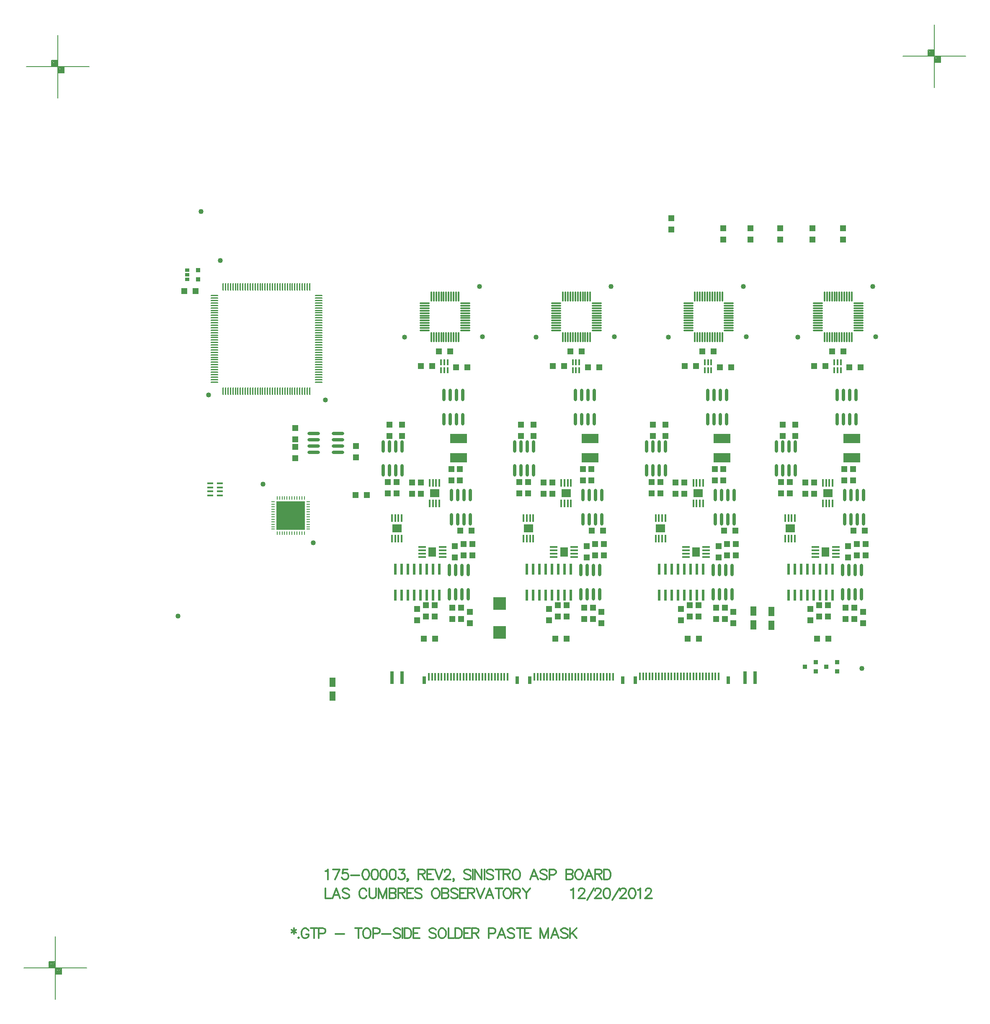
<source format=gtp>
%FSLAX23Y23*%
%MOIN*%
G70*
G01*
G75*
G04 Layer_Color=8421504*
%ADD10O,0.012X0.083*%
%ADD11O,0.083X0.012*%
%ADD12O,0.010X0.061*%
%ADD13O,0.061X0.010*%
%ADD14R,0.014X0.049*%
%ADD15R,0.024X0.087*%
%ADD16O,0.028X0.098*%
%ADD17R,0.036X0.028*%
%ADD18R,0.036X0.036*%
%ADD19R,0.050X0.050*%
%ADD20R,0.045X0.017*%
%ADD21R,0.031X0.060*%
%ADD22R,0.014X0.060*%
%ADD23R,0.030X0.100*%
%ADD24R,0.228X0.228*%
%ADD25O,0.008X0.033*%
%ADD26O,0.033X0.008*%
%ADD27O,0.098X0.028*%
%ADD28R,0.074X0.062*%
%ADD29R,0.016X0.061*%
%ADD30R,0.134X0.075*%
%ADD31R,0.048X0.078*%
%ADD32R,0.050X0.050*%
%ADD33R,0.062X0.074*%
%ADD34R,0.061X0.016*%
%ADD35R,0.100X0.100*%
%ADD36C,0.040*%
%ADD37C,0.010*%
%ADD38C,0.005*%
%ADD39C,0.025*%
%ADD40C,0.012*%
%ADD41R,1.181X0.787*%
%ADD42C,0.008*%
%ADD43C,0.012*%
%ADD44C,0.012*%
%ADD45C,0.060*%
%ADD46R,0.060X0.060*%
%ADD47R,0.060X0.060*%
%ADD48P,0.057X4X247.5*%
%ADD49C,0.026*%
%ADD50C,0.080*%
%ADD51C,0.020*%
%ADD52R,0.059X0.059*%
%ADD53C,0.059*%
%ADD54R,0.059X0.059*%
%ADD55C,0.024*%
%ADD56C,0.236*%
%ADD57C,0.050*%
%ADD58C,0.040*%
%ADD59C,0.100*%
%ADD60C,0.045*%
%ADD61C,0.033*%
%ADD62C,0.072*%
%ADD63C,0.030*%
%ADD64C,0.055*%
G04:AMPARAMS|DCode=65|XSize=95.433mil|YSize=95.433mil|CornerRadius=0mil|HoleSize=0mil|Usage=FLASHONLY|Rotation=0.000|XOffset=0mil|YOffset=0mil|HoleType=Round|Shape=Relief|Width=10mil|Gap=10mil|Entries=4|*
%AMTHD65*
7,0,0,0.095,0.075,0.010,45*
%
%ADD65THD65*%
G04:AMPARAMS|DCode=66|XSize=112mil|YSize=112mil|CornerRadius=0mil|HoleSize=0mil|Usage=FLASHONLY|Rotation=0.000|XOffset=0mil|YOffset=0mil|HoleType=Round|Shape=Relief|Width=10mil|Gap=10mil|Entries=4|*
%AMTHD66*
7,0,0,0.112,0.092,0.010,45*
%
%ADD66THD66*%
%ADD67C,0.138*%
G04:AMPARAMS|DCode=68|XSize=70mil|YSize=70mil|CornerRadius=0mil|HoleSize=0mil|Usage=FLASHONLY|Rotation=0.000|XOffset=0mil|YOffset=0mil|HoleType=Round|Shape=Relief|Width=10mil|Gap=10mil|Entries=4|*
%AMTHD68*
7,0,0,0.070,0.050,0.010,45*
%
%ADD68THD68*%
%ADD69C,0.030*%
G04:AMPARAMS|DCode=70|XSize=85mil|YSize=85mil|CornerRadius=0mil|HoleSize=0mil|Usage=FLASHONLY|Rotation=0.000|XOffset=0mil|YOffset=0mil|HoleType=Round|Shape=Relief|Width=10mil|Gap=10mil|Entries=4|*
%AMTHD70*
7,0,0,0.085,0.065,0.010,45*
%
%ADD70THD70*%
%ADD71R,0.044X0.096*%
%ADD72R,0.060X0.086*%
%ADD73R,0.075X0.063*%
%ADD74R,0.078X0.048*%
%ADD75R,0.086X0.060*%
%ADD76C,0.007*%
%ADD77R,1.181X0.787*%
%ADD78C,0.010*%
%ADD79C,0.024*%
%ADD80C,0.008*%
%ADD81C,0.004*%
%ADD82C,0.010*%
%ADD83C,0.006*%
%ADD84R,0.230X0.152*%
%ADD85R,0.074X0.062*%
%ADD86R,0.062X0.074*%
D10*
X13127Y13471D02*
D03*
X13147D02*
D03*
X13167D02*
D03*
X13186D02*
D03*
X13206D02*
D03*
X13226D02*
D03*
X13245D02*
D03*
X13265D02*
D03*
X13285D02*
D03*
X13304D02*
D03*
X13324D02*
D03*
X13344D02*
D03*
Y13794D02*
D03*
X13324D02*
D03*
X13304D02*
D03*
X13285D02*
D03*
X13265D02*
D03*
X13245D02*
D03*
X13226D02*
D03*
X13206D02*
D03*
X13186D02*
D03*
X13167D02*
D03*
X13147D02*
D03*
X13127D02*
D03*
X15210D02*
D03*
X15230D02*
D03*
X15249D02*
D03*
X15269D02*
D03*
X15289D02*
D03*
X15308D02*
D03*
X15328D02*
D03*
X15348D02*
D03*
X15367D02*
D03*
X15387D02*
D03*
X15407D02*
D03*
X15426D02*
D03*
Y13471D02*
D03*
X15407D02*
D03*
X15387D02*
D03*
X15367D02*
D03*
X15348D02*
D03*
X15328D02*
D03*
X15308D02*
D03*
X15289D02*
D03*
X15269D02*
D03*
X15249D02*
D03*
X15230D02*
D03*
X15210D02*
D03*
X14178Y13794D02*
D03*
X14198D02*
D03*
X14218D02*
D03*
X14237D02*
D03*
X14257D02*
D03*
X14277D02*
D03*
X14297D02*
D03*
X14316D02*
D03*
X14336D02*
D03*
X14356D02*
D03*
X14375D02*
D03*
X14395D02*
D03*
Y13471D02*
D03*
X14375D02*
D03*
X14356D02*
D03*
X14336D02*
D03*
X14316D02*
D03*
X14297D02*
D03*
X14277D02*
D03*
X14257D02*
D03*
X14237D02*
D03*
X14218D02*
D03*
X14198D02*
D03*
X14178D02*
D03*
X12080Y13794D02*
D03*
X12100D02*
D03*
X12119D02*
D03*
X12139D02*
D03*
X12159D02*
D03*
X12178D02*
D03*
X12198D02*
D03*
X12218D02*
D03*
X12237D02*
D03*
X12257D02*
D03*
X12277D02*
D03*
X12297D02*
D03*
Y13471D02*
D03*
X12277D02*
D03*
X12257D02*
D03*
X12237D02*
D03*
X12218D02*
D03*
X12198D02*
D03*
X12178D02*
D03*
X12159D02*
D03*
X12139D02*
D03*
X12119D02*
D03*
X12100D02*
D03*
X12080D02*
D03*
D11*
X13397Y13524D02*
D03*
Y13544D02*
D03*
Y13564D02*
D03*
Y13583D02*
D03*
Y13603D02*
D03*
Y13623D02*
D03*
Y13642D02*
D03*
Y13662D02*
D03*
Y13682D02*
D03*
Y13702D02*
D03*
Y13721D02*
D03*
Y13741D02*
D03*
X13074D02*
D03*
Y13721D02*
D03*
Y13702D02*
D03*
Y13682D02*
D03*
Y13662D02*
D03*
Y13642D02*
D03*
Y13623D02*
D03*
Y13603D02*
D03*
Y13583D02*
D03*
Y13564D02*
D03*
Y13544D02*
D03*
Y13524D02*
D03*
X15157D02*
D03*
Y13544D02*
D03*
Y13564D02*
D03*
Y13583D02*
D03*
Y13603D02*
D03*
Y13623D02*
D03*
Y13642D02*
D03*
Y13662D02*
D03*
Y13682D02*
D03*
Y13702D02*
D03*
Y13721D02*
D03*
Y13741D02*
D03*
X15480D02*
D03*
Y13721D02*
D03*
Y13702D02*
D03*
Y13682D02*
D03*
Y13662D02*
D03*
Y13642D02*
D03*
Y13623D02*
D03*
Y13603D02*
D03*
Y13583D02*
D03*
Y13564D02*
D03*
Y13544D02*
D03*
Y13524D02*
D03*
X14125D02*
D03*
Y13544D02*
D03*
Y13564D02*
D03*
Y13583D02*
D03*
Y13603D02*
D03*
Y13623D02*
D03*
Y13642D02*
D03*
Y13662D02*
D03*
Y13682D02*
D03*
Y13702D02*
D03*
Y13721D02*
D03*
Y13741D02*
D03*
X14448D02*
D03*
Y13721D02*
D03*
Y13702D02*
D03*
Y13682D02*
D03*
Y13662D02*
D03*
Y13642D02*
D03*
Y13623D02*
D03*
Y13603D02*
D03*
Y13583D02*
D03*
Y13564D02*
D03*
Y13544D02*
D03*
Y13524D02*
D03*
X12027D02*
D03*
Y13544D02*
D03*
Y13564D02*
D03*
Y13583D02*
D03*
Y13603D02*
D03*
Y13623D02*
D03*
Y13642D02*
D03*
Y13662D02*
D03*
Y13682D02*
D03*
Y13702D02*
D03*
Y13721D02*
D03*
Y13741D02*
D03*
X12350D02*
D03*
Y13721D02*
D03*
Y13702D02*
D03*
Y13682D02*
D03*
Y13662D02*
D03*
Y13642D02*
D03*
Y13623D02*
D03*
Y13603D02*
D03*
Y13583D02*
D03*
Y13564D02*
D03*
Y13544D02*
D03*
Y13524D02*
D03*
D12*
X10423Y13870D02*
D03*
X10443D02*
D03*
X10463D02*
D03*
X10482D02*
D03*
X10502D02*
D03*
X10522D02*
D03*
X10541D02*
D03*
X10561D02*
D03*
X10581D02*
D03*
X10600D02*
D03*
X10620D02*
D03*
X10640D02*
D03*
X10659D02*
D03*
X10679D02*
D03*
X10699D02*
D03*
X10719D02*
D03*
X10738D02*
D03*
X10758D02*
D03*
X10778D02*
D03*
X10797D02*
D03*
X10817D02*
D03*
X10837D02*
D03*
X10856D02*
D03*
X10876D02*
D03*
X10896D02*
D03*
X10915D02*
D03*
X10935D02*
D03*
X10955D02*
D03*
X10974D02*
D03*
X10994D02*
D03*
X11014D02*
D03*
X11033D02*
D03*
X11053D02*
D03*
X11073D02*
D03*
X11093D02*
D03*
X11112D02*
D03*
Y13042D02*
D03*
X11093D02*
D03*
X11073D02*
D03*
X11053D02*
D03*
X11033D02*
D03*
X11014D02*
D03*
X10994D02*
D03*
X10974D02*
D03*
X10955D02*
D03*
X10935D02*
D03*
X10915D02*
D03*
X10896D02*
D03*
X10876D02*
D03*
X10856D02*
D03*
X10837D02*
D03*
X10817D02*
D03*
X10797D02*
D03*
X10778D02*
D03*
X10758D02*
D03*
X10738D02*
D03*
X10719D02*
D03*
X10699D02*
D03*
X10679D02*
D03*
X10659D02*
D03*
X10640D02*
D03*
X10620D02*
D03*
X10600D02*
D03*
X10581D02*
D03*
X10561D02*
D03*
X10541D02*
D03*
X10522D02*
D03*
X10502D02*
D03*
X10482D02*
D03*
X10463D02*
D03*
X10443D02*
D03*
X10423D02*
D03*
D13*
X11182Y13800D02*
D03*
Y13781D02*
D03*
Y13761D02*
D03*
Y13741D02*
D03*
Y13722D02*
D03*
Y13702D02*
D03*
Y13682D02*
D03*
Y13663D02*
D03*
Y13643D02*
D03*
Y13623D02*
D03*
Y13604D02*
D03*
Y13584D02*
D03*
Y13564D02*
D03*
Y13544D02*
D03*
Y13525D02*
D03*
Y13505D02*
D03*
Y13485D02*
D03*
Y13466D02*
D03*
Y13446D02*
D03*
Y13426D02*
D03*
Y13407D02*
D03*
Y13387D02*
D03*
Y13367D02*
D03*
Y13348D02*
D03*
Y13328D02*
D03*
Y13308D02*
D03*
Y13289D02*
D03*
Y13269D02*
D03*
Y13249D02*
D03*
Y13230D02*
D03*
Y13210D02*
D03*
Y13190D02*
D03*
Y13170D02*
D03*
Y13151D02*
D03*
Y13131D02*
D03*
Y13111D02*
D03*
X10353D02*
D03*
Y13131D02*
D03*
Y13151D02*
D03*
Y13170D02*
D03*
Y13190D02*
D03*
Y13210D02*
D03*
Y13230D02*
D03*
Y13249D02*
D03*
Y13269D02*
D03*
Y13289D02*
D03*
Y13308D02*
D03*
Y13328D02*
D03*
Y13348D02*
D03*
Y13367D02*
D03*
Y13387D02*
D03*
Y13407D02*
D03*
Y13426D02*
D03*
Y13446D02*
D03*
Y13466D02*
D03*
Y13485D02*
D03*
Y13505D02*
D03*
Y13525D02*
D03*
Y13544D02*
D03*
Y13564D02*
D03*
Y13584D02*
D03*
Y13604D02*
D03*
Y13623D02*
D03*
Y13643D02*
D03*
Y13663D02*
D03*
Y13682D02*
D03*
Y13702D02*
D03*
Y13722D02*
D03*
Y13741D02*
D03*
Y13761D02*
D03*
Y13781D02*
D03*
Y13800D02*
D03*
D14*
X12158Y13208D02*
D03*
X12183D02*
D03*
X12209D02*
D03*
X12158Y13269D02*
D03*
X12183D02*
D03*
X12209D02*
D03*
X15288Y13208D02*
D03*
X15313D02*
D03*
X15339D02*
D03*
X15288Y13269D02*
D03*
X15313D02*
D03*
X15339D02*
D03*
X14256Y13208D02*
D03*
X14282D02*
D03*
X14307D02*
D03*
X14256Y13269D02*
D03*
X14282D02*
D03*
X14307D02*
D03*
X13205Y13208D02*
D03*
X13230D02*
D03*
X13256D02*
D03*
X13205Y13269D02*
D03*
X13230D02*
D03*
X13256D02*
D03*
D15*
X11793Y11418D02*
D03*
X11843D02*
D03*
X11893D02*
D03*
X11943D02*
D03*
X11993D02*
D03*
X12043D02*
D03*
X12093D02*
D03*
X12143D02*
D03*
X11793Y11623D02*
D03*
X11843D02*
D03*
X11893D02*
D03*
X11943D02*
D03*
X11993D02*
D03*
X12043D02*
D03*
X12093D02*
D03*
X12143D02*
D03*
X14923Y11418D02*
D03*
X14973D02*
D03*
X15023D02*
D03*
X15073D02*
D03*
X15123D02*
D03*
X15173D02*
D03*
X15223D02*
D03*
X15273D02*
D03*
X14923Y11623D02*
D03*
X14973D02*
D03*
X15023D02*
D03*
X15073D02*
D03*
X15123D02*
D03*
X15173D02*
D03*
X15223D02*
D03*
X15273D02*
D03*
X13892Y11418D02*
D03*
X13942D02*
D03*
X13992D02*
D03*
X14042D02*
D03*
X14092D02*
D03*
X14142D02*
D03*
X14192D02*
D03*
X14242D02*
D03*
X13892Y11623D02*
D03*
X13942D02*
D03*
X13992D02*
D03*
X14042D02*
D03*
X14092D02*
D03*
X14142D02*
D03*
X14192D02*
D03*
X14242D02*
D03*
X12840Y11418D02*
D03*
X12890D02*
D03*
X12940D02*
D03*
X12990D02*
D03*
X13040D02*
D03*
X13090D02*
D03*
X13140D02*
D03*
X13190D02*
D03*
X12840Y11623D02*
D03*
X12890D02*
D03*
X12940D02*
D03*
X12990D02*
D03*
X13040D02*
D03*
X13090D02*
D03*
X13140D02*
D03*
X13190D02*
D03*
D16*
X11845Y12602D02*
D03*
X11795D02*
D03*
X11745D02*
D03*
X11695D02*
D03*
X11845Y12409D02*
D03*
X11795D02*
D03*
X11745D02*
D03*
X11695D02*
D03*
X12390Y12215D02*
D03*
X12340D02*
D03*
X12290D02*
D03*
X12240D02*
D03*
X12390Y12022D02*
D03*
X12340D02*
D03*
X12290D02*
D03*
X12240D02*
D03*
X15503Y11617D02*
D03*
X15453D02*
D03*
X15403D02*
D03*
X15353D02*
D03*
X15503Y11424D02*
D03*
X15453D02*
D03*
X15403D02*
D03*
X15353D02*
D03*
X14472Y11617D02*
D03*
X14422D02*
D03*
X14372D02*
D03*
X14322D02*
D03*
X14472Y11424D02*
D03*
X14422D02*
D03*
X14372D02*
D03*
X14322D02*
D03*
X13420Y11617D02*
D03*
X13370D02*
D03*
X13320D02*
D03*
X13270D02*
D03*
X13420Y11424D02*
D03*
X13370D02*
D03*
X13320D02*
D03*
X13270D02*
D03*
X12223D02*
D03*
X12273D02*
D03*
X12323D02*
D03*
X12373D02*
D03*
X12223Y11617D02*
D03*
X12273D02*
D03*
X12323D02*
D03*
X12373D02*
D03*
X14975Y12602D02*
D03*
X14925D02*
D03*
X14875D02*
D03*
X14825D02*
D03*
X14975Y12409D02*
D03*
X14925D02*
D03*
X14875D02*
D03*
X14825D02*
D03*
X13944Y12602D02*
D03*
X13894D02*
D03*
X13844D02*
D03*
X13794D02*
D03*
X13944Y12409D02*
D03*
X13894D02*
D03*
X13844D02*
D03*
X13794D02*
D03*
X12892Y12602D02*
D03*
X12842D02*
D03*
X12792D02*
D03*
X12742D02*
D03*
X12892Y12409D02*
D03*
X12842D02*
D03*
X12792D02*
D03*
X12742D02*
D03*
X15461Y13011D02*
D03*
X15411D02*
D03*
X15361D02*
D03*
X15311D02*
D03*
X15461Y12818D02*
D03*
X15411D02*
D03*
X15361D02*
D03*
X15311D02*
D03*
X14430Y13011D02*
D03*
X14380D02*
D03*
X14330D02*
D03*
X14280D02*
D03*
X14430Y12818D02*
D03*
X14380D02*
D03*
X14330D02*
D03*
X14280D02*
D03*
X13378Y13011D02*
D03*
X13328D02*
D03*
X13278D02*
D03*
X13228D02*
D03*
X13378Y12818D02*
D03*
X13328D02*
D03*
X13278D02*
D03*
X13228D02*
D03*
X12331Y13011D02*
D03*
X12281D02*
D03*
X12231D02*
D03*
X12181D02*
D03*
X12331Y12818D02*
D03*
X12281D02*
D03*
X12231D02*
D03*
X12181D02*
D03*
X15520Y12215D02*
D03*
X15470D02*
D03*
X15420D02*
D03*
X15370D02*
D03*
X15520Y12022D02*
D03*
X15470D02*
D03*
X15420D02*
D03*
X15370D02*
D03*
X14489Y12215D02*
D03*
X14439D02*
D03*
X14389D02*
D03*
X14339D02*
D03*
X14489Y12022D02*
D03*
X14439D02*
D03*
X14389D02*
D03*
X14339D02*
D03*
X13437Y12215D02*
D03*
X13387D02*
D03*
X13337D02*
D03*
X13287D02*
D03*
X13437Y12022D02*
D03*
X13387D02*
D03*
X13337D02*
D03*
X13287D02*
D03*
D17*
X10136Y14003D02*
D03*
Y13929D02*
D03*
Y13966D02*
D03*
D18*
X10222Y14003D02*
D03*
Y13929D02*
D03*
X15309Y10883D02*
D03*
X15223Y10846D02*
D03*
X15309Y10809D02*
D03*
X15139Y10883D02*
D03*
X15053Y10846D02*
D03*
X15139Y10809D02*
D03*
D19*
X15358Y14248D02*
D03*
Y14338D02*
D03*
X10995Y12597D02*
D03*
Y12507D02*
D03*
Y12658D02*
D03*
Y12748D02*
D03*
X15378Y11316D02*
D03*
Y11226D02*
D03*
X14347Y11316D02*
D03*
Y11226D02*
D03*
X13295Y11316D02*
D03*
Y11226D02*
D03*
X12248Y11316D02*
D03*
Y11226D02*
D03*
X15398Y11716D02*
D03*
Y11806D02*
D03*
X14367Y11716D02*
D03*
Y11806D02*
D03*
X13315Y11716D02*
D03*
Y11806D02*
D03*
X12268Y11716D02*
D03*
Y11806D02*
D03*
X14864Y12227D02*
D03*
Y12317D02*
D03*
X13833Y12227D02*
D03*
Y12317D02*
D03*
X12781Y12227D02*
D03*
Y12317D02*
D03*
X11734Y12227D02*
D03*
Y12317D02*
D03*
X14875Y12774D02*
D03*
Y12684D02*
D03*
X13844Y12774D02*
D03*
Y12684D02*
D03*
X12792Y12774D02*
D03*
Y12684D02*
D03*
X11745Y12774D02*
D03*
Y12684D02*
D03*
X15448Y11226D02*
D03*
Y11316D02*
D03*
X14417Y11226D02*
D03*
Y11316D02*
D03*
X13365Y11226D02*
D03*
Y11316D02*
D03*
X12318Y11226D02*
D03*
Y11316D02*
D03*
X15098Y11306D02*
D03*
Y11216D02*
D03*
X14067Y11306D02*
D03*
Y11216D02*
D03*
X13015Y11306D02*
D03*
Y11216D02*
D03*
X11968Y11306D02*
D03*
Y11216D02*
D03*
X14975Y12684D02*
D03*
Y12774D02*
D03*
X13944Y12684D02*
D03*
Y12774D02*
D03*
X12892Y12684D02*
D03*
Y12774D02*
D03*
X11845Y12684D02*
D03*
Y12774D02*
D03*
X15238Y11336D02*
D03*
Y11246D02*
D03*
X14207Y11336D02*
D03*
Y11246D02*
D03*
X13155Y11336D02*
D03*
Y11246D02*
D03*
X12108Y11336D02*
D03*
Y11246D02*
D03*
X15535Y11734D02*
D03*
Y11824D02*
D03*
X14504Y11734D02*
D03*
Y11824D02*
D03*
X13452Y11734D02*
D03*
Y11824D02*
D03*
X12405Y11734D02*
D03*
Y11824D02*
D03*
X15465Y11734D02*
D03*
Y11824D02*
D03*
X14434Y11734D02*
D03*
Y11824D02*
D03*
X13382Y11734D02*
D03*
Y11824D02*
D03*
X12335Y11734D02*
D03*
Y11824D02*
D03*
X15125Y12314D02*
D03*
Y12224D02*
D03*
X14094Y12314D02*
D03*
Y12224D02*
D03*
X13042Y12314D02*
D03*
Y12224D02*
D03*
X11995Y12314D02*
D03*
Y12224D02*
D03*
X15368Y12420D02*
D03*
Y12330D02*
D03*
X14337Y12420D02*
D03*
Y12330D02*
D03*
X13286Y12420D02*
D03*
Y12330D02*
D03*
X12239Y12420D02*
D03*
Y12330D02*
D03*
X14934Y12317D02*
D03*
Y12227D02*
D03*
X13903Y12317D02*
D03*
Y12227D02*
D03*
X12851Y12317D02*
D03*
Y12227D02*
D03*
X11804Y12317D02*
D03*
Y12227D02*
D03*
X15515Y11284D02*
D03*
Y11194D02*
D03*
X14484Y11284D02*
D03*
Y11194D02*
D03*
X13432Y11284D02*
D03*
Y11194D02*
D03*
X12385Y11284D02*
D03*
Y11194D02*
D03*
X15168Y11336D02*
D03*
Y11246D02*
D03*
X14137Y11336D02*
D03*
Y11246D02*
D03*
X13085Y11336D02*
D03*
Y11246D02*
D03*
X12038Y11336D02*
D03*
Y11246D02*
D03*
X15055Y12314D02*
D03*
Y12224D02*
D03*
X14024Y12314D02*
D03*
Y12224D02*
D03*
X12972Y12314D02*
D03*
Y12224D02*
D03*
X11925Y12314D02*
D03*
Y12224D02*
D03*
X11479Y12604D02*
D03*
Y12514D02*
D03*
X15435Y12422D02*
D03*
Y12332D02*
D03*
X14404Y12422D02*
D03*
Y12332D02*
D03*
X13352Y12422D02*
D03*
Y12332D02*
D03*
X12305Y12422D02*
D03*
Y12332D02*
D03*
X14620Y14338D02*
D03*
Y14248D02*
D03*
X15112Y14338D02*
D03*
Y14248D02*
D03*
X13990Y14326D02*
D03*
Y14416D02*
D03*
X14404Y14248D02*
D03*
Y14338D02*
D03*
X14856Y14248D02*
D03*
Y14338D02*
D03*
D20*
X10320Y12306D02*
D03*
Y12275D02*
D03*
Y12243D02*
D03*
Y12212D02*
D03*
X10397D02*
D03*
Y12243D02*
D03*
Y12275D02*
D03*
Y12306D02*
D03*
D21*
X13702Y10741D02*
D03*
X14442D02*
D03*
X13602D02*
D03*
X12862D02*
D03*
X12762D02*
D03*
X12022D02*
D03*
D22*
X14365Y10769D02*
D03*
X14340D02*
D03*
X14315D02*
D03*
X14290D02*
D03*
X14265D02*
D03*
X14240D02*
D03*
X14215D02*
D03*
X14190D02*
D03*
X14165D02*
D03*
X14140D02*
D03*
X14115D02*
D03*
X14090D02*
D03*
X14065D02*
D03*
X14040D02*
D03*
X14015D02*
D03*
X13990D02*
D03*
X13965D02*
D03*
X13940D02*
D03*
X13915D02*
D03*
X13890D02*
D03*
X13865D02*
D03*
X13840D02*
D03*
X13815D02*
D03*
X13790D02*
D03*
X13765D02*
D03*
X13740D02*
D03*
X13525Y10768D02*
D03*
X13500D02*
D03*
X13475D02*
D03*
X13450D02*
D03*
X13425D02*
D03*
X13400D02*
D03*
X13375D02*
D03*
X13350D02*
D03*
X13325D02*
D03*
X13300D02*
D03*
X13275D02*
D03*
X13250D02*
D03*
X13225D02*
D03*
X13200D02*
D03*
X13175D02*
D03*
X13150D02*
D03*
X13125D02*
D03*
X13100D02*
D03*
X13075D02*
D03*
X13050D02*
D03*
X13025D02*
D03*
X13000D02*
D03*
X12975D02*
D03*
X12950D02*
D03*
X12925D02*
D03*
X12900D02*
D03*
X12685D02*
D03*
X12660D02*
D03*
X12635D02*
D03*
X12610D02*
D03*
X12585D02*
D03*
X12560D02*
D03*
X12535D02*
D03*
X12510D02*
D03*
X12485D02*
D03*
X12460D02*
D03*
X12435D02*
D03*
X12410D02*
D03*
X12385D02*
D03*
X12360D02*
D03*
X12335D02*
D03*
X12310D02*
D03*
X12285D02*
D03*
X12260D02*
D03*
X12235D02*
D03*
X12210D02*
D03*
X12185D02*
D03*
X12160D02*
D03*
X12135D02*
D03*
X12110D02*
D03*
X12085D02*
D03*
X12060D02*
D03*
D23*
X11768Y10759D02*
D03*
X11847D02*
D03*
X14578Y10760D02*
D03*
X14657D02*
D03*
D24*
X10961Y12051D02*
D03*
D25*
X10852Y12192D02*
D03*
X10872D02*
D03*
X10892D02*
D03*
X10911D02*
D03*
X10931D02*
D03*
X10951D02*
D03*
X10970D02*
D03*
X10990D02*
D03*
X11010D02*
D03*
X11030D02*
D03*
X11049D02*
D03*
X11069D02*
D03*
Y11910D02*
D03*
X11049D02*
D03*
X11030D02*
D03*
X11010D02*
D03*
X10990D02*
D03*
X10970D02*
D03*
X10951D02*
D03*
X10931D02*
D03*
X10911D02*
D03*
X10892D02*
D03*
X10872D02*
D03*
X10852D02*
D03*
D26*
X11101Y12159D02*
D03*
Y12139D02*
D03*
Y12120D02*
D03*
Y12100D02*
D03*
Y12080D02*
D03*
Y12061D02*
D03*
Y12041D02*
D03*
Y12021D02*
D03*
Y12002D02*
D03*
Y11982D02*
D03*
Y11962D02*
D03*
Y11943D02*
D03*
X10820D02*
D03*
Y11962D02*
D03*
Y11982D02*
D03*
Y12002D02*
D03*
Y12021D02*
D03*
Y12041D02*
D03*
Y12061D02*
D03*
Y12080D02*
D03*
Y12100D02*
D03*
Y12120D02*
D03*
Y12139D02*
D03*
Y12159D02*
D03*
D27*
X11337Y12554D02*
D03*
Y12604D02*
D03*
Y12654D02*
D03*
Y12704D02*
D03*
X11144Y12554D02*
D03*
Y12604D02*
D03*
Y12654D02*
D03*
Y12704D02*
D03*
D28*
X12105Y12229D02*
D03*
X14935Y11949D02*
D03*
X13904D02*
D03*
X12852D02*
D03*
X11805D02*
D03*
X15235Y12229D02*
D03*
X14204D02*
D03*
X13152D02*
D03*
D29*
X12067Y12147D02*
D03*
X12092D02*
D03*
X12118D02*
D03*
X12144D02*
D03*
X12067Y12310D02*
D03*
X12092D02*
D03*
X12118D02*
D03*
X12144D02*
D03*
X14897Y11867D02*
D03*
X14922D02*
D03*
X14948D02*
D03*
X14974D02*
D03*
X14897Y12030D02*
D03*
X14922D02*
D03*
X14948D02*
D03*
X14974D02*
D03*
X13865Y11867D02*
D03*
X13891D02*
D03*
X13916D02*
D03*
X13942D02*
D03*
X13865Y12030D02*
D03*
X13891D02*
D03*
X13916D02*
D03*
X13942D02*
D03*
X12814Y11867D02*
D03*
X12840D02*
D03*
X12865D02*
D03*
X12891D02*
D03*
X12814Y12030D02*
D03*
X12840D02*
D03*
X12865D02*
D03*
X12891D02*
D03*
X11767Y11867D02*
D03*
X11792D02*
D03*
X11818D02*
D03*
X11844D02*
D03*
X11767Y12030D02*
D03*
X11792D02*
D03*
X11818D02*
D03*
X11844D02*
D03*
X15197Y12147D02*
D03*
X15222D02*
D03*
X15248D02*
D03*
X15274D02*
D03*
X15197Y12310D02*
D03*
X15222D02*
D03*
X15248D02*
D03*
X15274D02*
D03*
X14165Y12147D02*
D03*
X14191D02*
D03*
X14216D02*
D03*
X14242D02*
D03*
X14165Y12310D02*
D03*
X14191D02*
D03*
X14216D02*
D03*
X14242D02*
D03*
X13114Y12147D02*
D03*
X13140D02*
D03*
X13165D02*
D03*
X13191D02*
D03*
X13114Y12310D02*
D03*
X13140D02*
D03*
X13165D02*
D03*
X13191D02*
D03*
D30*
X12295Y12663D02*
D03*
Y12510D02*
D03*
X15425Y12663D02*
D03*
Y12510D02*
D03*
X14394Y12663D02*
D03*
Y12510D02*
D03*
X13342Y12663D02*
D03*
Y12510D02*
D03*
D31*
X14643Y11291D02*
D03*
Y11181D02*
D03*
X11292Y10724D02*
D03*
Y10614D02*
D03*
X14788Y11288D02*
D03*
Y11178D02*
D03*
D32*
X10204Y13836D02*
D03*
X10114D02*
D03*
X11478Y12214D02*
D03*
X11568D02*
D03*
X15408Y13229D02*
D03*
X15498D02*
D03*
X14377D02*
D03*
X14467D02*
D03*
X13325D02*
D03*
X13415D02*
D03*
X12278D02*
D03*
X12368D02*
D03*
X15218Y13239D02*
D03*
X15128D02*
D03*
X14187D02*
D03*
X14097D02*
D03*
X13135D02*
D03*
X13045D02*
D03*
X12088D02*
D03*
X11998D02*
D03*
X15240Y11069D02*
D03*
X15150D02*
D03*
X14209D02*
D03*
X14119D02*
D03*
X13157D02*
D03*
X13067D02*
D03*
X12110D02*
D03*
X12020D02*
D03*
X15440Y11929D02*
D03*
X15530D02*
D03*
X14409D02*
D03*
X14499D02*
D03*
X13357D02*
D03*
X13447D02*
D03*
X12310D02*
D03*
X12400D02*
D03*
X15359Y13358D02*
D03*
X15269D02*
D03*
X14328D02*
D03*
X14238D02*
D03*
X13276D02*
D03*
X13186D02*
D03*
X12229D02*
D03*
X12139D02*
D03*
D33*
X15218Y11761D02*
D03*
X14187D02*
D03*
X13135D02*
D03*
X12088D02*
D03*
D34*
X15300Y11722D02*
D03*
Y11748D02*
D03*
Y11773D02*
D03*
Y11799D02*
D03*
X15136Y11722D02*
D03*
Y11748D02*
D03*
Y11773D02*
D03*
Y11799D02*
D03*
X14268Y11722D02*
D03*
Y11748D02*
D03*
Y11773D02*
D03*
Y11799D02*
D03*
X14105Y11722D02*
D03*
Y11748D02*
D03*
Y11773D02*
D03*
Y11799D02*
D03*
X13217Y11722D02*
D03*
Y11748D02*
D03*
Y11773D02*
D03*
Y11799D02*
D03*
X13054Y11722D02*
D03*
Y11748D02*
D03*
Y11773D02*
D03*
Y11799D02*
D03*
X12170Y11722D02*
D03*
Y11748D02*
D03*
Y11773D02*
D03*
Y11799D02*
D03*
X12007Y11722D02*
D03*
Y11748D02*
D03*
Y11773D02*
D03*
Y11799D02*
D03*
D35*
X12622Y11120D02*
D03*
Y11350D02*
D03*
D36*
X15618Y13475D02*
D03*
X14997Y13470D02*
D03*
X15594Y13875D02*
D03*
X14587Y13475D02*
D03*
X13966Y13470D02*
D03*
X14563Y13875D02*
D03*
X13535Y13475D02*
D03*
X12914Y13470D02*
D03*
X13511Y13875D02*
D03*
X12464D02*
D03*
X11867Y13470D02*
D03*
X12488Y13475D02*
D03*
X10400Y14082D02*
D03*
X10306Y13010D02*
D03*
X11237Y12972D02*
D03*
X10739Y12300D02*
D03*
X11139Y11834D02*
D03*
X15507Y10833D02*
D03*
X10245Y14472D02*
D03*
X10062Y11251D02*
D03*
D42*
X8838Y8452D02*
X9338D01*
X9088Y8202D02*
Y8702D01*
X9038Y8452D02*
Y8502D01*
X9088D01*
X9138Y8402D02*
Y8452D01*
X9088Y8402D02*
X9138D01*
X9093Y8447D02*
X9133D01*
Y8407D02*
Y8447D01*
X9093Y8407D02*
X9133D01*
X9093D02*
Y8447D01*
X9098Y8442D02*
X9128D01*
Y8412D02*
Y8442D01*
X9098Y8412D02*
X9128D01*
X9098D02*
Y8437D01*
X9103D02*
X9123D01*
Y8417D02*
Y8437D01*
X9103Y8417D02*
X9123D01*
X9103D02*
Y8432D01*
X9108D02*
X9118D01*
Y8422D02*
Y8432D01*
X9108Y8422D02*
X9118D01*
X9108D02*
Y8432D01*
Y8427D02*
X9118D01*
X9043Y8497D02*
X9083D01*
Y8457D02*
Y8497D01*
X9043Y8457D02*
X9083D01*
X9043D02*
Y8497D01*
X9048Y8492D02*
X9078D01*
Y8462D02*
Y8492D01*
X9048Y8462D02*
X9078D01*
X9048D02*
Y8487D01*
X9053D02*
X9073D01*
Y8467D02*
Y8487D01*
X9053Y8467D02*
X9073D01*
X9053D02*
Y8482D01*
X9058D02*
X9068D01*
Y8472D02*
Y8482D01*
X9058Y8472D02*
X9068D01*
X9058D02*
Y8482D01*
Y8477D02*
X9068D01*
X8855Y15624D02*
X9355D01*
X9105Y15374D02*
Y15874D01*
X9055Y15624D02*
Y15674D01*
X9105D01*
X9155Y15574D02*
Y15624D01*
X9105Y15574D02*
X9155D01*
X9110Y15619D02*
X9150D01*
Y15579D02*
Y15619D01*
X9110Y15579D02*
X9150D01*
X9110D02*
Y15619D01*
X9115Y15614D02*
X9145D01*
Y15584D02*
Y15614D01*
X9115Y15584D02*
X9145D01*
X9115D02*
Y15609D01*
X9120D02*
X9140D01*
Y15589D02*
Y15609D01*
X9120Y15589D02*
X9140D01*
X9120D02*
Y15604D01*
X9125D02*
X9135D01*
Y15594D02*
Y15604D01*
X9125Y15594D02*
X9135D01*
X9125D02*
Y15604D01*
Y15599D02*
X9135D01*
X9060Y15669D02*
X9100D01*
Y15629D02*
Y15669D01*
X9060Y15629D02*
X9100D01*
X9060D02*
Y15669D01*
X9065Y15664D02*
X9095D01*
Y15634D02*
Y15664D01*
X9065Y15634D02*
X9095D01*
X9065D02*
Y15659D01*
X9070D02*
X9090D01*
Y15639D02*
Y15659D01*
X9070Y15639D02*
X9090D01*
X9070D02*
Y15654D01*
X9075D02*
X9085D01*
Y15644D02*
Y15654D01*
X9075Y15644D02*
X9085D01*
X9075D02*
Y15654D01*
Y15649D02*
X9085D01*
X15834Y15707D02*
X16334D01*
X16084Y15457D02*
Y15957D01*
X16034Y15707D02*
Y15757D01*
X16084D01*
X16134Y15657D02*
Y15707D01*
X16084Y15657D02*
X16134D01*
X16089Y15702D02*
X16129D01*
Y15662D02*
Y15702D01*
X16089Y15662D02*
X16129D01*
X16089D02*
Y15702D01*
X16094Y15697D02*
X16124D01*
Y15667D02*
Y15697D01*
X16094Y15667D02*
X16124D01*
X16094D02*
Y15692D01*
X16099D02*
X16119D01*
Y15672D02*
Y15692D01*
X16099Y15672D02*
X16119D01*
X16099D02*
Y15687D01*
X16104D02*
X16114D01*
Y15677D02*
Y15687D01*
X16104Y15677D02*
X16114D01*
X16104D02*
Y15687D01*
Y15682D02*
X16114D01*
X16039Y15752D02*
X16079D01*
Y15712D02*
Y15752D01*
X16039Y15712D02*
X16079D01*
X16039D02*
Y15752D01*
X16044Y15747D02*
X16074D01*
Y15717D02*
Y15747D01*
X16044Y15717D02*
X16074D01*
X16044D02*
Y15742D01*
X16049D02*
X16069D01*
Y15722D02*
Y15742D01*
X16049Y15722D02*
X16069D01*
X16049D02*
Y15737D01*
X16054D02*
X16064D01*
Y15727D02*
Y15737D01*
X16054Y15727D02*
X16064D01*
X16054D02*
Y15737D01*
Y15732D02*
X16064D01*
D43*
X10985Y8766D02*
Y8721D01*
X10966Y8755D02*
X11004Y8732D01*
Y8755D02*
X10966Y8732D01*
X11024Y8694D02*
X11021Y8690D01*
X11024Y8686D01*
X11028Y8690D01*
X11024Y8694D01*
X11103Y8747D02*
X11099Y8755D01*
X11091Y8762D01*
X11084Y8766D01*
X11069D01*
X11061Y8762D01*
X11053Y8755D01*
X11050Y8747D01*
X11046Y8736D01*
Y8717D01*
X11050Y8705D01*
X11053Y8698D01*
X11061Y8690D01*
X11069Y8686D01*
X11084D01*
X11091Y8690D01*
X11099Y8698D01*
X11103Y8705D01*
Y8717D01*
X11084D02*
X11103D01*
X11148Y8766D02*
Y8686D01*
X11121Y8766D02*
X11174D01*
X11184Y8724D02*
X11218D01*
X11230Y8728D01*
X11234Y8732D01*
X11237Y8740D01*
Y8751D01*
X11234Y8759D01*
X11230Y8762D01*
X11218Y8766D01*
X11184D01*
Y8686D01*
X11318Y8721D02*
X11387D01*
X11500Y8766D02*
Y8686D01*
X11473Y8766D02*
X11526D01*
X11559D02*
X11551Y8762D01*
X11544Y8755D01*
X11540Y8747D01*
X11536Y8736D01*
Y8717D01*
X11540Y8705D01*
X11544Y8698D01*
X11551Y8690D01*
X11559Y8686D01*
X11574D01*
X11582Y8690D01*
X11589Y8698D01*
X11593Y8705D01*
X11597Y8717D01*
Y8736D01*
X11593Y8747D01*
X11589Y8755D01*
X11582Y8762D01*
X11574Y8766D01*
X11559D01*
X11616Y8724D02*
X11650D01*
X11661Y8728D01*
X11665Y8732D01*
X11669Y8740D01*
Y8751D01*
X11665Y8759D01*
X11661Y8762D01*
X11650Y8766D01*
X11616D01*
Y8686D01*
X11687Y8721D02*
X11755D01*
X11832Y8755D02*
X11825Y8762D01*
X11813Y8766D01*
X11798D01*
X11787Y8762D01*
X11779Y8755D01*
Y8747D01*
X11783Y8740D01*
X11787Y8736D01*
X11794Y8732D01*
X11817Y8724D01*
X11825Y8721D01*
X11828Y8717D01*
X11832Y8709D01*
Y8698D01*
X11825Y8690D01*
X11813Y8686D01*
X11798D01*
X11787Y8690D01*
X11779Y8698D01*
X11850Y8766D02*
Y8686D01*
X11867Y8766D02*
Y8686D01*
Y8766D02*
X11894D01*
X11905Y8762D01*
X11913Y8755D01*
X11916Y8747D01*
X11920Y8736D01*
Y8717D01*
X11916Y8705D01*
X11913Y8698D01*
X11905Y8690D01*
X11894Y8686D01*
X11867D01*
X11988Y8766D02*
X11938D01*
Y8686D01*
X11988D01*
X11938Y8728D02*
X11969D01*
X12117Y8755D02*
X12110Y8762D01*
X12098Y8766D01*
X12083D01*
X12071Y8762D01*
X12064Y8755D01*
Y8747D01*
X12068Y8740D01*
X12071Y8736D01*
X12079Y8732D01*
X12102Y8724D01*
X12110Y8721D01*
X12113Y8717D01*
X12117Y8709D01*
Y8698D01*
X12110Y8690D01*
X12098Y8686D01*
X12083D01*
X12071Y8690D01*
X12064Y8698D01*
X12158Y8766D02*
X12150Y8762D01*
X12143Y8755D01*
X12139Y8747D01*
X12135Y8736D01*
Y8717D01*
X12139Y8705D01*
X12143Y8698D01*
X12150Y8690D01*
X12158Y8686D01*
X12173D01*
X12181Y8690D01*
X12188Y8698D01*
X12192Y8705D01*
X12196Y8717D01*
Y8736D01*
X12192Y8747D01*
X12188Y8755D01*
X12181Y8762D01*
X12173Y8766D01*
X12158D01*
X12215D02*
Y8686D01*
X12260D01*
X12269Y8766D02*
Y8686D01*
Y8766D02*
X12296D01*
X12307Y8762D01*
X12315Y8755D01*
X12319Y8747D01*
X12322Y8736D01*
Y8717D01*
X12319Y8705D01*
X12315Y8698D01*
X12307Y8690D01*
X12296Y8686D01*
X12269D01*
X12390Y8766D02*
X12340D01*
Y8686D01*
X12390D01*
X12340Y8728D02*
X12371D01*
X12403Y8766D02*
Y8686D01*
Y8766D02*
X12437D01*
X12449Y8762D01*
X12453Y8759D01*
X12456Y8751D01*
Y8743D01*
X12453Y8736D01*
X12449Y8732D01*
X12437Y8728D01*
X12403D01*
X12430D02*
X12456Y8686D01*
X12537Y8724D02*
X12572D01*
X12583Y8728D01*
X12587Y8732D01*
X12591Y8740D01*
Y8751D01*
X12587Y8759D01*
X12583Y8762D01*
X12572Y8766D01*
X12537D01*
Y8686D01*
X12669D02*
X12639Y8766D01*
X12608Y8686D01*
X12620Y8713D02*
X12658D01*
X12741Y8755D02*
X12734Y8762D01*
X12722Y8766D01*
X12707D01*
X12696Y8762D01*
X12688Y8755D01*
Y8747D01*
X12692Y8740D01*
X12696Y8736D01*
X12703Y8732D01*
X12726Y8724D01*
X12734Y8721D01*
X12738Y8717D01*
X12741Y8709D01*
Y8698D01*
X12734Y8690D01*
X12722Y8686D01*
X12707D01*
X12696Y8690D01*
X12688Y8698D01*
X12786Y8766D02*
Y8686D01*
X12759Y8766D02*
X12813D01*
X12872D02*
X12822D01*
Y8686D01*
X12872D01*
X12822Y8728D02*
X12853D01*
X12948Y8766D02*
Y8686D01*
Y8766D02*
X12978Y8686D01*
X13009Y8766D02*
X12978Y8686D01*
X13009Y8766D02*
Y8686D01*
X13093D02*
X13062Y8766D01*
X13032Y8686D01*
X13043Y8713D02*
X13081D01*
X13165Y8755D02*
X13157Y8762D01*
X13145Y8766D01*
X13130D01*
X13119Y8762D01*
X13111Y8755D01*
Y8747D01*
X13115Y8740D01*
X13119Y8736D01*
X13126Y8732D01*
X13149Y8724D01*
X13157Y8721D01*
X13161Y8717D01*
X13165Y8709D01*
Y8698D01*
X13157Y8690D01*
X13145Y8686D01*
X13130D01*
X13119Y8690D01*
X13111Y8698D01*
X13182Y8766D02*
Y8686D01*
X13236Y8766D02*
X13182Y8713D01*
X13201Y8732D02*
X13236Y8686D01*
X11238Y9219D02*
X11246Y9222D01*
X11257Y9234D01*
Y9154D01*
X11350Y9234D02*
X11312Y9154D01*
X11297Y9234D02*
X11350D01*
X11414D02*
X11376D01*
X11372Y9200D01*
X11376Y9203D01*
X11387Y9207D01*
X11399D01*
X11410Y9203D01*
X11418Y9196D01*
X11421Y9184D01*
Y9177D01*
X11418Y9165D01*
X11410Y9158D01*
X11399Y9154D01*
X11387D01*
X11376Y9158D01*
X11372Y9161D01*
X11368Y9169D01*
X11439Y9188D02*
X11508D01*
X11554Y9234D02*
X11543Y9230D01*
X11535Y9219D01*
X11531Y9200D01*
Y9188D01*
X11535Y9169D01*
X11543Y9158D01*
X11554Y9154D01*
X11562D01*
X11573Y9158D01*
X11581Y9169D01*
X11585Y9188D01*
Y9200D01*
X11581Y9219D01*
X11573Y9230D01*
X11562Y9234D01*
X11554D01*
X11626D02*
X11614Y9230D01*
X11606Y9219D01*
X11603Y9200D01*
Y9188D01*
X11606Y9169D01*
X11614Y9158D01*
X11626Y9154D01*
X11633D01*
X11645Y9158D01*
X11652Y9169D01*
X11656Y9188D01*
Y9200D01*
X11652Y9219D01*
X11645Y9230D01*
X11633Y9234D01*
X11626D01*
X11697D02*
X11685Y9230D01*
X11678Y9219D01*
X11674Y9200D01*
Y9188D01*
X11678Y9169D01*
X11685Y9158D01*
X11697Y9154D01*
X11704D01*
X11716Y9158D01*
X11723Y9169D01*
X11727Y9188D01*
Y9200D01*
X11723Y9219D01*
X11716Y9230D01*
X11704Y9234D01*
X11697D01*
X11768D02*
X11757Y9230D01*
X11749Y9219D01*
X11745Y9200D01*
Y9188D01*
X11749Y9169D01*
X11757Y9158D01*
X11768Y9154D01*
X11776D01*
X11787Y9158D01*
X11795Y9169D01*
X11798Y9188D01*
Y9200D01*
X11795Y9219D01*
X11787Y9230D01*
X11776Y9234D01*
X11768D01*
X11824D02*
X11866D01*
X11843Y9203D01*
X11854D01*
X11862Y9200D01*
X11866Y9196D01*
X11870Y9184D01*
Y9177D01*
X11866Y9165D01*
X11858Y9158D01*
X11847Y9154D01*
X11835D01*
X11824Y9158D01*
X11820Y9161D01*
X11816Y9169D01*
X11895Y9158D02*
X11891Y9154D01*
X11888Y9158D01*
X11891Y9161D01*
X11895Y9158D01*
Y9150D01*
X11891Y9142D01*
X11888Y9139D01*
X11976Y9234D02*
Y9154D01*
Y9234D02*
X12010D01*
X12021Y9230D01*
X12025Y9226D01*
X12029Y9219D01*
Y9211D01*
X12025Y9203D01*
X12021Y9200D01*
X12010Y9196D01*
X11976D01*
X12002D02*
X12029Y9154D01*
X12096Y9234D02*
X12047D01*
Y9154D01*
X12096D01*
X12047Y9196D02*
X12077D01*
X12110Y9234D02*
X12140Y9154D01*
X12171Y9234D02*
X12140Y9154D01*
X12185Y9215D02*
Y9219D01*
X12188Y9226D01*
X12192Y9230D01*
X12200Y9234D01*
X12215D01*
X12223Y9230D01*
X12227Y9226D01*
X12230Y9219D01*
Y9211D01*
X12227Y9203D01*
X12219Y9192D01*
X12181Y9154D01*
X12234D01*
X12260Y9158D02*
X12256Y9154D01*
X12252Y9158D01*
X12256Y9161D01*
X12260Y9158D01*
Y9150D01*
X12256Y9142D01*
X12252Y9139D01*
X12393Y9222D02*
X12386Y9230D01*
X12374Y9234D01*
X12359D01*
X12348Y9230D01*
X12340Y9222D01*
Y9215D01*
X12344Y9207D01*
X12348Y9203D01*
X12355Y9200D01*
X12378Y9192D01*
X12386Y9188D01*
X12390Y9184D01*
X12393Y9177D01*
Y9165D01*
X12386Y9158D01*
X12374Y9154D01*
X12359D01*
X12348Y9158D01*
X12340Y9165D01*
X12411Y9234D02*
Y9154D01*
X12428Y9234D02*
Y9154D01*
Y9234D02*
X12481Y9154D01*
Y9234D02*
Y9154D01*
X12503Y9234D02*
Y9154D01*
X12574Y9222D02*
X12566Y9230D01*
X12554Y9234D01*
X12539D01*
X12528Y9230D01*
X12520Y9222D01*
Y9215D01*
X12524Y9207D01*
X12528Y9203D01*
X12535Y9200D01*
X12558Y9192D01*
X12566Y9188D01*
X12570Y9184D01*
X12574Y9177D01*
Y9165D01*
X12566Y9158D01*
X12554Y9154D01*
X12539D01*
X12528Y9158D01*
X12520Y9165D01*
X12618Y9234D02*
Y9154D01*
X12591Y9234D02*
X12645D01*
X12654D02*
Y9154D01*
Y9234D02*
X12689D01*
X12700Y9230D01*
X12704Y9226D01*
X12708Y9219D01*
Y9211D01*
X12704Y9203D01*
X12700Y9200D01*
X12689Y9196D01*
X12654D01*
X12681D02*
X12708Y9154D01*
X12748Y9234D02*
X12741Y9230D01*
X12733Y9222D01*
X12729Y9215D01*
X12725Y9203D01*
Y9184D01*
X12729Y9173D01*
X12733Y9165D01*
X12741Y9158D01*
X12748Y9154D01*
X12764D01*
X12771Y9158D01*
X12779Y9165D01*
X12783Y9173D01*
X12786Y9184D01*
Y9203D01*
X12783Y9215D01*
X12779Y9222D01*
X12771Y9230D01*
X12764Y9234D01*
X12748D01*
X12929Y9154D02*
X12898Y9234D01*
X12868Y9154D01*
X12879Y9181D02*
X12917D01*
X13001Y9222D02*
X12993Y9230D01*
X12982Y9234D01*
X12967D01*
X12955Y9230D01*
X12948Y9222D01*
Y9215D01*
X12951Y9207D01*
X12955Y9203D01*
X12963Y9200D01*
X12986Y9192D01*
X12993Y9188D01*
X12997Y9184D01*
X13001Y9177D01*
Y9165D01*
X12993Y9158D01*
X12982Y9154D01*
X12967D01*
X12955Y9158D01*
X12948Y9165D01*
X13019Y9192D02*
X13053D01*
X13064Y9196D01*
X13068Y9200D01*
X13072Y9207D01*
Y9219D01*
X13068Y9226D01*
X13064Y9230D01*
X13053Y9234D01*
X13019D01*
Y9154D01*
X13153Y9234D02*
Y9154D01*
Y9234D02*
X13187D01*
X13199Y9230D01*
X13202Y9226D01*
X13206Y9219D01*
Y9211D01*
X13202Y9203D01*
X13199Y9200D01*
X13187Y9196D01*
X13153D02*
X13187D01*
X13199Y9192D01*
X13202Y9188D01*
X13206Y9181D01*
Y9169D01*
X13202Y9161D01*
X13199Y9158D01*
X13187Y9154D01*
X13153D01*
X13247Y9234D02*
X13239Y9230D01*
X13232Y9222D01*
X13228Y9215D01*
X13224Y9203D01*
Y9184D01*
X13228Y9173D01*
X13232Y9165D01*
X13239Y9158D01*
X13247Y9154D01*
X13262D01*
X13270Y9158D01*
X13277Y9165D01*
X13281Y9173D01*
X13285Y9184D01*
Y9203D01*
X13281Y9215D01*
X13277Y9222D01*
X13270Y9230D01*
X13262Y9234D01*
X13247D01*
X13365Y9154D02*
X13334Y9234D01*
X13304Y9154D01*
X13315Y9181D02*
X13353D01*
X13383Y9234D02*
Y9154D01*
Y9234D02*
X13418D01*
X13429Y9230D01*
X13433Y9226D01*
X13437Y9219D01*
Y9211D01*
X13433Y9203D01*
X13429Y9200D01*
X13418Y9196D01*
X13383D01*
X13410D02*
X13437Y9154D01*
X13454Y9234D02*
Y9154D01*
Y9234D02*
X13481D01*
X13493Y9230D01*
X13500Y9222D01*
X13504Y9215D01*
X13508Y9203D01*
Y9184D01*
X13504Y9173D01*
X13500Y9165D01*
X13493Y9158D01*
X13481Y9154D01*
X13454D01*
D44*
X11238Y9084D02*
Y9004D01*
X11284D01*
X11354D02*
X11323Y9084D01*
X11293Y9004D01*
X11304Y9031D02*
X11342D01*
X11426Y9072D02*
X11418Y9080D01*
X11407Y9084D01*
X11391D01*
X11380Y9080D01*
X11372Y9072D01*
Y9065D01*
X11376Y9057D01*
X11380Y9053D01*
X11387Y9050D01*
X11410Y9042D01*
X11418Y9038D01*
X11422Y9034D01*
X11426Y9027D01*
Y9015D01*
X11418Y9008D01*
X11407Y9004D01*
X11391D01*
X11380Y9008D01*
X11372Y9015D01*
X11563Y9065D02*
X11560Y9072D01*
X11552Y9080D01*
X11544Y9084D01*
X11529D01*
X11522Y9080D01*
X11514Y9072D01*
X11510Y9065D01*
X11506Y9053D01*
Y9034D01*
X11510Y9023D01*
X11514Y9015D01*
X11522Y9008D01*
X11529Y9004D01*
X11544D01*
X11552Y9008D01*
X11560Y9015D01*
X11563Y9023D01*
X11586Y9084D02*
Y9027D01*
X11590Y9015D01*
X11597Y9008D01*
X11609Y9004D01*
X11616D01*
X11628Y9008D01*
X11635Y9015D01*
X11639Y9027D01*
Y9084D01*
X11661D02*
Y9004D01*
Y9084D02*
X11692Y9004D01*
X11722Y9084D02*
X11692Y9004D01*
X11722Y9084D02*
Y9004D01*
X11745Y9084D02*
Y9004D01*
Y9084D02*
X11779D01*
X11791Y9080D01*
X11795Y9076D01*
X11798Y9069D01*
Y9061D01*
X11795Y9053D01*
X11791Y9050D01*
X11779Y9046D01*
X11745D02*
X11779D01*
X11791Y9042D01*
X11795Y9038D01*
X11798Y9031D01*
Y9019D01*
X11795Y9011D01*
X11791Y9008D01*
X11779Y9004D01*
X11745D01*
X11816Y9084D02*
Y9004D01*
Y9084D02*
X11851D01*
X11862Y9080D01*
X11866Y9076D01*
X11870Y9069D01*
Y9061D01*
X11866Y9053D01*
X11862Y9050D01*
X11851Y9046D01*
X11816D01*
X11843D02*
X11870Y9004D01*
X11937Y9084D02*
X11888D01*
Y9004D01*
X11937D01*
X11888Y9046D02*
X11918D01*
X12004Y9072D02*
X11996Y9080D01*
X11985Y9084D01*
X11969D01*
X11958Y9080D01*
X11950Y9072D01*
Y9065D01*
X11954Y9057D01*
X11958Y9053D01*
X11966Y9050D01*
X11988Y9042D01*
X11996Y9038D01*
X12000Y9034D01*
X12004Y9027D01*
Y9015D01*
X11996Y9008D01*
X11985Y9004D01*
X11969D01*
X11958Y9008D01*
X11950Y9015D01*
X12107Y9084D02*
X12100Y9080D01*
X12092Y9072D01*
X12088Y9065D01*
X12084Y9053D01*
Y9034D01*
X12088Y9023D01*
X12092Y9015D01*
X12100Y9008D01*
X12107Y9004D01*
X12123D01*
X12130Y9008D01*
X12138Y9015D01*
X12142Y9023D01*
X12145Y9034D01*
Y9053D01*
X12142Y9065D01*
X12138Y9072D01*
X12130Y9080D01*
X12123Y9084D01*
X12107D01*
X12164D02*
Y9004D01*
Y9084D02*
X12198D01*
X12210Y9080D01*
X12214Y9076D01*
X12217Y9069D01*
Y9061D01*
X12214Y9053D01*
X12210Y9050D01*
X12198Y9046D01*
X12164D02*
X12198D01*
X12210Y9042D01*
X12214Y9038D01*
X12217Y9031D01*
Y9019D01*
X12214Y9011D01*
X12210Y9008D01*
X12198Y9004D01*
X12164D01*
X12289Y9072D02*
X12281Y9080D01*
X12270Y9084D01*
X12254D01*
X12243Y9080D01*
X12235Y9072D01*
Y9065D01*
X12239Y9057D01*
X12243Y9053D01*
X12251Y9050D01*
X12273Y9042D01*
X12281Y9038D01*
X12285Y9034D01*
X12289Y9027D01*
Y9015D01*
X12281Y9008D01*
X12270Y9004D01*
X12254D01*
X12243Y9008D01*
X12235Y9015D01*
X12356Y9084D02*
X12307D01*
Y9004D01*
X12356D01*
X12307Y9046D02*
X12337D01*
X12369Y9084D02*
Y9004D01*
Y9084D02*
X12404D01*
X12415Y9080D01*
X12419Y9076D01*
X12423Y9069D01*
Y9061D01*
X12419Y9053D01*
X12415Y9050D01*
X12404Y9046D01*
X12369D01*
X12396D02*
X12423Y9004D01*
X12441Y9084D02*
X12471Y9004D01*
X12502Y9084D02*
X12471Y9004D01*
X12573D02*
X12542Y9084D01*
X12512Y9004D01*
X12523Y9031D02*
X12561D01*
X12618Y9084D02*
Y9004D01*
X12591Y9084D02*
X12645D01*
X12677D02*
X12669Y9080D01*
X12662Y9072D01*
X12658Y9065D01*
X12654Y9053D01*
Y9034D01*
X12658Y9023D01*
X12662Y9015D01*
X12669Y9008D01*
X12677Y9004D01*
X12692D01*
X12700Y9008D01*
X12708Y9015D01*
X12711Y9023D01*
X12715Y9034D01*
Y9053D01*
X12711Y9065D01*
X12708Y9072D01*
X12700Y9080D01*
X12692Y9084D01*
X12677D01*
X12734D02*
Y9004D01*
Y9084D02*
X12768D01*
X12780Y9080D01*
X12783Y9076D01*
X12787Y9069D01*
Y9061D01*
X12783Y9053D01*
X12780Y9050D01*
X12768Y9046D01*
X12734D01*
X12761D02*
X12787Y9004D01*
X12805Y9084D02*
X12836Y9046D01*
Y9004D01*
X12866Y9084D02*
X12836Y9046D01*
X13191Y9069D02*
X13198Y9072D01*
X13210Y9084D01*
Y9004D01*
X13253Y9065D02*
Y9069D01*
X13257Y9076D01*
X13261Y9080D01*
X13268Y9084D01*
X13283D01*
X13291Y9080D01*
X13295Y9076D01*
X13299Y9069D01*
Y9061D01*
X13295Y9053D01*
X13287Y9042D01*
X13249Y9004D01*
X13302D01*
X13320Y8992D02*
X13374Y9084D01*
X13383Y9065D02*
Y9069D01*
X13387Y9076D01*
X13390Y9080D01*
X13398Y9084D01*
X13413D01*
X13421Y9080D01*
X13425Y9076D01*
X13429Y9069D01*
Y9061D01*
X13425Y9053D01*
X13417Y9042D01*
X13379Y9004D01*
X13432D01*
X13473Y9084D02*
X13462Y9080D01*
X13454Y9069D01*
X13450Y9050D01*
Y9038D01*
X13454Y9019D01*
X13462Y9008D01*
X13473Y9004D01*
X13481D01*
X13492Y9008D01*
X13500Y9019D01*
X13504Y9038D01*
Y9050D01*
X13500Y9069D01*
X13492Y9080D01*
X13481Y9084D01*
X13473D01*
X13521Y8992D02*
X13575Y9084D01*
X13584Y9065D02*
Y9069D01*
X13588Y9076D01*
X13592Y9080D01*
X13599Y9084D01*
X13614D01*
X13622Y9080D01*
X13626Y9076D01*
X13630Y9069D01*
Y9061D01*
X13626Y9053D01*
X13618Y9042D01*
X13580Y9004D01*
X13633D01*
X13674Y9084D02*
X13663Y9080D01*
X13655Y9069D01*
X13651Y9050D01*
Y9038D01*
X13655Y9019D01*
X13663Y9008D01*
X13674Y9004D01*
X13682D01*
X13693Y9008D01*
X13701Y9019D01*
X13705Y9038D01*
Y9050D01*
X13701Y9069D01*
X13693Y9080D01*
X13682Y9084D01*
X13674D01*
X13723Y9069D02*
X13730Y9072D01*
X13742Y9084D01*
Y9004D01*
X13785Y9065D02*
Y9069D01*
X13789Y9076D01*
X13793Y9080D01*
X13800Y9084D01*
X13816D01*
X13823Y9080D01*
X13827Y9076D01*
X13831Y9069D01*
Y9061D01*
X13827Y9053D01*
X13819Y9042D01*
X13781Y9004D01*
X13835D01*
D85*
X12105Y12228D02*
D03*
X14935Y11948D02*
D03*
X13903D02*
D03*
X12852D02*
D03*
X11805D02*
D03*
X15235Y12228D02*
D03*
X14203D02*
D03*
X13152D02*
D03*
D86*
X15218Y11760D02*
D03*
X14187Y11760D02*
D03*
X13136Y11760D02*
D03*
X12088Y11760D02*
D03*
M02*

</source>
